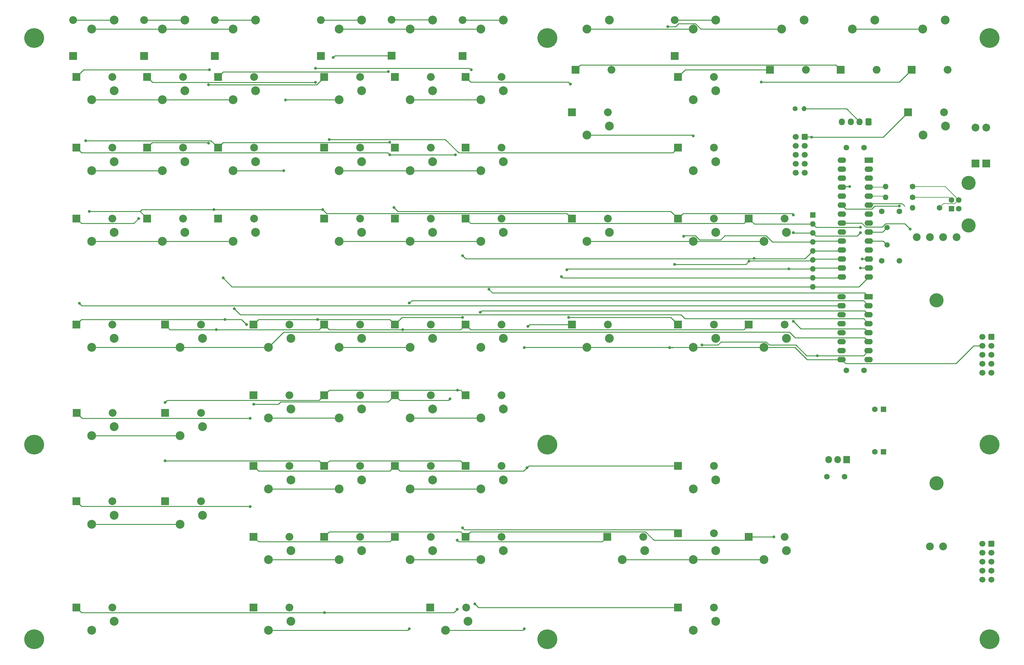
<source format=gbr>
%TF.GenerationSoftware,KiCad,Pcbnew,7.0.5*%
%TF.CreationDate,2023-07-04T22:58:31+02:00*%
%TF.ProjectId,CMD_Board,434d445f-426f-4617-9264-2e6b69636164,rev?*%
%TF.SameCoordinates,Original*%
%TF.FileFunction,Copper,L1,Top*%
%TF.FilePolarity,Positive*%
%FSLAX46Y46*%
G04 Gerber Fmt 4.6, Leading zero omitted, Abs format (unit mm)*
G04 Created by KiCad (PCBNEW 7.0.5) date 2023-07-04 22:58:31*
%MOMM*%
%LPD*%
G01*
G04 APERTURE LIST*
G04 Aperture macros list*
%AMRoundRect*
0 Rectangle with rounded corners*
0 $1 Rounding radius*
0 $2 $3 $4 $5 $6 $7 $8 $9 X,Y pos of 4 corners*
0 Add a 4 corners polygon primitive as box body*
4,1,4,$2,$3,$4,$5,$6,$7,$8,$9,$2,$3,0*
0 Add four circle primitives for the rounded corners*
1,1,$1+$1,$2,$3*
1,1,$1+$1,$4,$5*
1,1,$1+$1,$6,$7*
1,1,$1+$1,$8,$9*
0 Add four rect primitives between the rounded corners*
20,1,$1+$1,$2,$3,$4,$5,0*
20,1,$1+$1,$4,$5,$6,$7,0*
20,1,$1+$1,$6,$7,$8,$9,0*
20,1,$1+$1,$8,$9,$2,$3,0*%
G04 Aperture macros list end*
%TA.AperFunction,ComponentPad*%
%ADD10R,2.200000X2.200000*%
%TD*%
%TA.AperFunction,ComponentPad*%
%ADD11O,2.200000X2.200000*%
%TD*%
%TA.AperFunction,ComponentPad*%
%ADD12C,2.500000*%
%TD*%
%TA.AperFunction,ComponentPad*%
%ADD13C,5.600000*%
%TD*%
%TA.AperFunction,ComponentPad*%
%ADD14C,2.200000*%
%TD*%
%TA.AperFunction,ComponentPad*%
%ADD15C,4.000000*%
%TD*%
%TA.AperFunction,ComponentPad*%
%ADD16RoundRect,0.250000X0.600000X0.600000X-0.600000X0.600000X-0.600000X-0.600000X0.600000X-0.600000X0*%
%TD*%
%TA.AperFunction,ComponentPad*%
%ADD17C,1.700000*%
%TD*%
%TA.AperFunction,ComponentPad*%
%ADD18R,1.600000X1.600000*%
%TD*%
%TA.AperFunction,ComponentPad*%
%ADD19C,1.600000*%
%TD*%
%TA.AperFunction,ComponentPad*%
%ADD20C,1.400000*%
%TD*%
%TA.AperFunction,ComponentPad*%
%ADD21O,1.400000X1.400000*%
%TD*%
%TA.AperFunction,ComponentPad*%
%ADD22O,1.600000X1.600000*%
%TD*%
%TA.AperFunction,ComponentPad*%
%ADD23C,1.500000*%
%TD*%
%TA.AperFunction,ComponentPad*%
%ADD24R,1.905000X2.000000*%
%TD*%
%TA.AperFunction,ComponentPad*%
%ADD25O,1.905000X2.000000*%
%TD*%
%TA.AperFunction,ComponentPad*%
%ADD26RoundRect,0.250000X0.600000X0.725000X-0.600000X0.725000X-0.600000X-0.725000X0.600000X-0.725000X0*%
%TD*%
%TA.AperFunction,ComponentPad*%
%ADD27O,1.700000X1.950000*%
%TD*%
%TA.AperFunction,ComponentPad*%
%ADD28R,2.400000X1.600000*%
%TD*%
%TA.AperFunction,ComponentPad*%
%ADD29O,2.400000X1.600000*%
%TD*%
%TA.AperFunction,ViaPad*%
%ADD30C,0.800000*%
%TD*%
%TA.AperFunction,Conductor*%
%ADD31C,0.250000*%
%TD*%
%TA.AperFunction,Conductor*%
%ADD32C,0.200000*%
%TD*%
G04 APERTURE END LIST*
D10*
%TO.P,D58,1,K*%
%TO.N,MATRIX_8*%
X106920000Y-181000000D03*
D11*
%TO.P,D58,2,A*%
%TO.N,Net-(D58-Pad2)*%
X117080000Y-181000000D03*
%TD*%
D10*
%TO.P,D70,1,K*%
%TO.N,MATRIX_7*%
X246920000Y-161000000D03*
D11*
%TO.P,D70,2,A*%
%TO.N,Net-(D70-Pad2)*%
X257080000Y-161000000D03*
%TD*%
D12*
%TO.P,SW14,1,1*%
%TO.N,MATRIX_E*%
X151190000Y-17460000D03*
%TO.P,SW14,2,2*%
%TO.N,Net-(D15-Pad2)*%
X157540000Y-14920000D03*
%TD*%
%TO.P,SW11,1,1*%
%TO.N,MATRIX_E*%
X81190000Y-77460000D03*
%TO.P,SW11,2,2*%
%TO.N,Net-(D12-Pad2)*%
X87540000Y-74920000D03*
%TD*%
%TO.P,SW25,1,1*%
%TO.N,MATRIX_F*%
X201190000Y-17460000D03*
%TO.P,SW25,2,2*%
%TO.N,Net-(D27-Pad2)*%
X207540000Y-14920000D03*
%TD*%
D13*
%TO.P,H2,1,1*%
%TO.N,GND*%
X315000000Y-135000000D03*
%TD*%
D12*
%TO.P,SW56,1,1*%
%TO.N,MATRIX_D*%
X111190000Y-187460000D03*
%TO.P,SW56,2,2*%
%TO.N,Net-(D58-Pad2)*%
X117540000Y-184920000D03*
%TD*%
D10*
%TO.P,D71,1,K*%
%TO.N,MATRIX_8*%
X226920000Y-181000000D03*
D11*
%TO.P,D71,2,A*%
%TO.N,Net-(D71-Pad2)*%
X237080000Y-181000000D03*
%TD*%
D10*
%TO.P,D44,1,K*%
%TO.N,MATRIX_2*%
X106920000Y-141000000D03*
D11*
%TO.P,D44,2,A*%
%TO.N,Net-(D44-Pad2)*%
X117080000Y-141000000D03*
%TD*%
D10*
%TO.P,D42,1,K*%
%TO.N,MATRIX_8*%
X106920000Y-101000000D03*
D11*
%TO.P,D42,2,A*%
%TO.N,Net-(D42-Pad2)*%
X117080000Y-101000000D03*
%TD*%
D12*
%TO.P,SW54,1,1*%
%TO.N,MATRIX_D*%
X171190000Y-147460000D03*
%TO.P,SW54,2,2*%
%TO.N,Net-(D56-Pad2)*%
X177540000Y-144920000D03*
%TD*%
%TO.P,SW6,1,1*%
%TO.N,MATRIX_A*%
X101190000Y-37460000D03*
%TO.P,SW6,2,2*%
%TO.N,Net-(D7-Pad2)*%
X107540000Y-34920000D03*
%TD*%
D10*
%TO.P,D14,1,K*%
%TO.N,ICSP_MISO*%
X126000000Y-25080000D03*
D11*
%TO.P,D14,2,A*%
%TO.N,Net-(D14-Pad2)*%
X126000000Y-14920000D03*
%TD*%
D12*
%TO.P,SW52,1,1*%
%TO.N,MATRIX_D*%
X171190000Y-107460000D03*
%TO.P,SW52,2,2*%
%TO.N,Net-(D54-Pad2)*%
X177540000Y-104920000D03*
%TD*%
%TO.P,SW20,1,1*%
%TO.N,MATRIX_B*%
X151190000Y-57460000D03*
%TO.P,SW20,2,2*%
%TO.N,Net-(D22-Pad2)*%
X157540000Y-54920000D03*
%TD*%
%TO.P,SW12,1,1*%
%TO.N,MATRIX_E*%
X101190000Y-77460000D03*
%TO.P,SW12,2,2*%
%TO.N,Net-(D13-Pad2)*%
X107540000Y-74920000D03*
%TD*%
%TO.P,SW35,1,1*%
%TO.N,MATRIX_G*%
X61190000Y-157460000D03*
%TO.P,SW35,2,2*%
%TO.N,Net-(D37-Pad2)*%
X67540000Y-154920000D03*
%TD*%
D10*
%TO.P,D21,1,K*%
%TO.N,MATRIX_3*%
X126920000Y-51000000D03*
D11*
%TO.P,D21,2,A*%
%TO.N,Net-(D21-Pad2)*%
X137080000Y-51000000D03*
%TD*%
D12*
%TO.P,SW19,1,1*%
%TO.N,MATRIX_B*%
X131190000Y-57460000D03*
%TO.P,SW19,2,2*%
%TO.N,Net-(D21-Pad2)*%
X137540000Y-54920000D03*
%TD*%
D10*
%TO.P,D40,1,K*%
%TO.N,ICSP_SCK*%
X81920000Y-151000000D03*
D11*
%TO.P,D40,2,A*%
%TO.N,Net-(D40-Pad2)*%
X92080000Y-151000000D03*
%TD*%
D12*
%TO.P,SW28,1,1*%
%TO.N,MATRIX_F*%
X231190000Y-17460000D03*
%TO.P,SW28,2,2*%
%TO.N,Net-(D30-Pad2)*%
X237540000Y-14920000D03*
%TD*%
%TO.P,SW26,1,1*%
%TO.N,MATRIX_F*%
X201190000Y-47460000D03*
%TO.P,SW26,2,2*%
%TO.N,Net-(D28-Pad2)*%
X207540000Y-44920000D03*
%TD*%
%TO.P,SW13,1,1*%
%TO.N,MATRIX_E*%
X131190000Y-17460000D03*
%TO.P,SW13,2,2*%
%TO.N,Net-(D14-Pad2)*%
X137540000Y-14920000D03*
%TD*%
D10*
%TO.P,D68,1,K*%
%TO.N,ICSP_MISO*%
X206920000Y-161000000D03*
D11*
%TO.P,D68,2,A*%
%TO.N,Net-(D68-Pad2)*%
X217080000Y-161000000D03*
%TD*%
D10*
%TO.P,D17,1,K*%
%TO.N,MATRIX_8*%
X126920000Y-31000000D03*
D11*
%TO.P,D17,2,A*%
%TO.N,Net-(D17-Pad2)*%
X137080000Y-31000000D03*
%TD*%
D10*
%TO.P,D56,1,K*%
%TO.N,ICSP_SCK*%
X166920000Y-141000000D03*
D11*
%TO.P,D56,2,A*%
%TO.N,Net-(D56-Pad2)*%
X177080000Y-141000000D03*
%TD*%
D12*
%TO.P,SW32,1,1*%
%TO.N,MATRIX_F*%
X251190000Y-77460000D03*
%TO.P,SW32,2,2*%
%TO.N,Net-(D34-Pad2)*%
X257540000Y-74920000D03*
%TD*%
%TO.P,SW1,1,1*%
%TO.N,MATRIX_A*%
X61190000Y-17460000D03*
%TO.P,SW1,2,2*%
%TO.N,Net-(D2-Pad2)*%
X67540000Y-14920000D03*
%TD*%
D10*
%TO.P,D49,1,K*%
%TO.N,MATRIX_7*%
X126920000Y-161000000D03*
D11*
%TO.P,D49,2,A*%
%TO.N,Net-(D49-Pad2)*%
X137080000Y-161000000D03*
%TD*%
D12*
%TO.P,SW3,1,1*%
%TO.N,MATRIX_A*%
X101190000Y-17460000D03*
%TO.P,SW3,2,2*%
%TO.N,Net-(D4-Pad2)*%
X107540000Y-14920000D03*
%TD*%
D10*
%TO.P,D60,1,K*%
%TO.N,MATRIX_2*%
X196920000Y-101000000D03*
D11*
%TO.P,D60,2,A*%
%TO.N,Net-(D60-Pad2)*%
X207080000Y-101000000D03*
%TD*%
D12*
%TO.P,SW24,1,1*%
%TO.N,MATRIX_B*%
X171190000Y-77460000D03*
%TO.P,SW24,2,2*%
%TO.N,Net-(D26-Pad2)*%
X177540000Y-74920000D03*
%TD*%
D10*
%TO.P,D29,1,K*%
%TO.N,MATRIX_3*%
X196920000Y-71000000D03*
D11*
%TO.P,D29,2,A*%
%TO.N,Net-(D29-Pad2)*%
X207080000Y-71000000D03*
%TD*%
D12*
%TO.P,SW60,1,1*%
%TO.N,MATRIX_I*%
X251190000Y-107460000D03*
%TO.P,SW60,2,2*%
%TO.N,Net-(D62-Pad2)*%
X257540000Y-104920000D03*
%TD*%
D10*
%TO.P,D23,1,K*%
%TO.N,ICSP_MISO*%
X166920000Y-51000000D03*
D11*
%TO.P,D23,2,A*%
%TO.N,Net-(D23-Pad2)*%
X177080000Y-51000000D03*
%TD*%
D10*
%TO.P,D52,1,K*%
%TO.N,MATRIX_2*%
X146920000Y-141000000D03*
D11*
%TO.P,D52,2,A*%
%TO.N,Net-(D52-Pad2)*%
X157080000Y-141000000D03*
%TD*%
D12*
%TO.P,SW68,1,1*%
%TO.N,MATRIX_H*%
X251190000Y-167460000D03*
%TO.P,SW68,2,2*%
%TO.N,Net-(D70-Pad2)*%
X257540000Y-164920000D03*
%TD*%
D10*
%TO.P,D30,1,K*%
%TO.N,ICSP_MOSI*%
X226000000Y-25080000D03*
D11*
%TO.P,D30,2,A*%
%TO.N,Net-(D30-Pad2)*%
X226000000Y-14920000D03*
%TD*%
D12*
%TO.P,SW69,1,1*%
%TO.N,MATRIX_H*%
X231190000Y-187460000D03*
%TO.P,SW69,2,2*%
%TO.N,Net-(D71-Pad2)*%
X237540000Y-184920000D03*
%TD*%
D13*
%TO.P,H5,1,1*%
%TO.N,GND*%
X190000000Y-190000000D03*
%TD*%
D10*
%TO.P,D27,1,K*%
%TO.N,MATRIX_1*%
X197920000Y-29000000D03*
D11*
%TO.P,D27,2,A*%
%TO.N,Net-(D27-Pad2)*%
X208080000Y-29000000D03*
%TD*%
D10*
%TO.P,D31,1,K*%
%TO.N,ICSP_MISO*%
X226920000Y-31000000D03*
D11*
%TO.P,D31,2,A*%
%TO.N,Net-(D31-Pad2)*%
X237080000Y-31000000D03*
%TD*%
D12*
%TO.P,SW57,1,1*%
%TO.N,MATRIX_I*%
X161190000Y-187460000D03*
%TO.P,SW57,2,2*%
%TO.N,Net-(D59-Pad2)*%
X167540000Y-184920000D03*
%TD*%
D10*
%TO.P,D62,1,K*%
%TO.N,ICSP_MOSI*%
X246920000Y-101000000D03*
D11*
%TO.P,D62,2,A*%
%TO.N,Net-(D62-Pad2)*%
X257080000Y-101000000D03*
%TD*%
D12*
%TO.P,SW4,1,1*%
%TO.N,MATRIX_A*%
X61190000Y-37460000D03*
%TO.P,SW4,2,2*%
%TO.N,Net-(D5-Pad2)*%
X67540000Y-34920000D03*
%TD*%
%TO.P,SW51,1,1*%
%TO.N,MATRIX_D*%
X151190000Y-167460000D03*
%TO.P,SW51,2,2*%
%TO.N,Net-(D53-Pad2)*%
X157540000Y-164920000D03*
%TD*%
%TO.P,SW34,1,1*%
%TO.N,MATRIX_G*%
X61190000Y-132460000D03*
%TO.P,SW34,2,2*%
%TO.N,Net-(D36-Pad2)*%
X67540000Y-129920000D03*
%TD*%
D10*
%TO.P,D67,1,K*%
%TO.N,ICSP_MOSI*%
X291920000Y-41000000D03*
D11*
%TO.P,D67,2,A*%
%TO.N,Net-(D67-Pad2)*%
X302080000Y-41000000D03*
%TD*%
D12*
%TO.P,SW66,1,1*%
%TO.N,MATRIX_H*%
X211190000Y-167460000D03*
%TO.P,SW66,2,2*%
%TO.N,Net-(D68-Pad2)*%
X217540000Y-164920000D03*
%TD*%
D10*
%TO.P,D22,1,K*%
%TO.N,ICSP_MOSI*%
X146920000Y-51000000D03*
D11*
%TO.P,D22,2,A*%
%TO.N,Net-(D22-Pad2)*%
X157080000Y-51000000D03*
%TD*%
D12*
%TO.P,SW16,1,1*%
%TO.N,MATRIX_E*%
X131190000Y-37460000D03*
%TO.P,SW16,2,2*%
%TO.N,Net-(D17-Pad2)*%
X137540000Y-34920000D03*
%TD*%
D10*
%TO.P,D9,1,K*%
%TO.N,MATRIX_8*%
X76920000Y-51000000D03*
D11*
%TO.P,D9,2,A*%
%TO.N,Net-(D9-Pad2)*%
X87080000Y-51000000D03*
%TD*%
D12*
%TO.P,SW22,1,1*%
%TO.N,MATRIX_B*%
X131190000Y-77460000D03*
%TO.P,SW22,2,2*%
%TO.N,Net-(D24-Pad2)*%
X137540000Y-74920000D03*
%TD*%
%TO.P,SW17,1,1*%
%TO.N,MATRIX_B*%
X151190000Y-37460000D03*
%TO.P,SW17,2,2*%
%TO.N,Net-(D19-Pad2)*%
X157540000Y-34920000D03*
%TD*%
D13*
%TO.P,H3,1,1*%
%TO.N,GND*%
X190000000Y-135000000D03*
%TD*%
D12*
%TO.P,SW50,1,1*%
%TO.N,MATRIX_D*%
X151190000Y-147460000D03*
%TO.P,SW50,2,2*%
%TO.N,Net-(D52-Pad2)*%
X157540000Y-144920000D03*
%TD*%
%TO.P,SW42,1,1*%
%TO.N,MATRIX_C*%
X111190000Y-147460000D03*
%TO.P,SW42,2,2*%
%TO.N,Net-(D44-Pad2)*%
X117540000Y-144920000D03*
%TD*%
%TO.P,SW65,1,1*%
%TO.N,MATRIX_H*%
X296190000Y-47460000D03*
%TO.P,SW65,2,2*%
%TO.N,Net-(D67-Pad2)*%
X302540000Y-44920000D03*
%TD*%
D10*
%TO.P,D69,1,K*%
%TO.N,ICSP_SCK*%
X226920000Y-160000000D03*
D11*
%TO.P,D69,2,A*%
%TO.N,Net-(D69-Pad2)*%
X237080000Y-160000000D03*
%TD*%
D12*
%TO.P,SW33,1,1*%
%TO.N,MATRIX_G*%
X61190000Y-107460000D03*
%TO.P,SW33,2,2*%
%TO.N,Net-(D35-Pad2)*%
X67540000Y-104920000D03*
%TD*%
D10*
%TO.P,D6,1,K*%
%TO.N,ICSP_MISO*%
X76920000Y-31000000D03*
D11*
%TO.P,D6,2,A*%
%TO.N,Net-(D6-Pad2)*%
X87080000Y-31000000D03*
%TD*%
D12*
%TO.P,SW53,1,1*%
%TO.N,MATRIX_D*%
X171190000Y-127460000D03*
%TO.P,SW53,2,2*%
%TO.N,Net-(D55-Pad2)*%
X177540000Y-124920000D03*
%TD*%
%TO.P,SW23,1,1*%
%TO.N,MATRIX_B*%
X151190000Y-77460000D03*
%TO.P,SW23,2,2*%
%TO.N,Net-(D25-Pad2)*%
X157540000Y-74920000D03*
%TD*%
D10*
%TO.P,D59,1,K*%
%TO.N,MATRIX_1*%
X156920000Y-181000000D03*
D11*
%TO.P,D59,2,A*%
%TO.N,Net-(D59-Pad2)*%
X167080000Y-181000000D03*
%TD*%
D10*
%TO.P,D13,1,K*%
%TO.N,ICSP_MOSI*%
X96920000Y-71000000D03*
D11*
%TO.P,D13,2,A*%
%TO.N,Net-(D13-Pad2)*%
X107080000Y-71000000D03*
%TD*%
D12*
%TO.P,SW58,1,1*%
%TO.N,MATRIX_I*%
X201190000Y-107460000D03*
%TO.P,SW58,2,2*%
%TO.N,Net-(D60-Pad2)*%
X207540000Y-104920000D03*
%TD*%
%TO.P,SW29,1,1*%
%TO.N,MATRIX_F*%
X231190000Y-37460000D03*
%TO.P,SW29,2,2*%
%TO.N,Net-(D31-Pad2)*%
X237540000Y-34920000D03*
%TD*%
%TO.P,SW36,1,1*%
%TO.N,MATRIX_G*%
X86190000Y-107460000D03*
%TO.P,SW36,2,2*%
%TO.N,Net-(D38-Pad2)*%
X92540000Y-104920000D03*
%TD*%
%TO.P,SW49,1,1*%
%TO.N,MATRIX_D*%
X151190000Y-127460000D03*
%TO.P,SW49,2,2*%
%TO.N,Net-(D51-Pad2)*%
X157540000Y-124920000D03*
%TD*%
%TO.P,SW45,1,1*%
%TO.N,MATRIX_C*%
X131190000Y-127460000D03*
%TO.P,SW45,2,2*%
%TO.N,Net-(D47-Pad2)*%
X137540000Y-124920000D03*
%TD*%
D10*
%TO.P,D51,1,K*%
%TO.N,MATRIX_1*%
X146920000Y-121000000D03*
D11*
%TO.P,D51,2,A*%
%TO.N,Net-(D51-Pad2)*%
X157080000Y-121000000D03*
%TD*%
D12*
%TO.P,SW37,1,1*%
%TO.N,MATRIX_G*%
X86190000Y-132460000D03*
%TO.P,SW37,2,2*%
%TO.N,Net-(D39-Pad2)*%
X92540000Y-129920000D03*
%TD*%
D10*
%TO.P,D8,1,K*%
%TO.N,MATRIX_7*%
X56920000Y-51000000D03*
D11*
%TO.P,D8,2,A*%
%TO.N,Net-(D8-Pad2)*%
X67080000Y-51000000D03*
%TD*%
D12*
%TO.P,SW9,1,1*%
%TO.N,MATRIX_E*%
X101190000Y-57460000D03*
%TO.P,SW9,2,2*%
%TO.N,Net-(D10-Pad2)*%
X107540000Y-54920000D03*
%TD*%
%TO.P,SW55,1,1*%
%TO.N,MATRIX_D*%
X171190000Y-167460000D03*
%TO.P,SW55,2,2*%
%TO.N,Net-(D57-Pad2)*%
X177540000Y-164920000D03*
%TD*%
D10*
%TO.P,D45,1,K*%
%TO.N,MATRIX_3*%
X106920000Y-161000000D03*
D11*
%TO.P,D45,2,A*%
%TO.N,Net-(D45-Pad2)*%
X117080000Y-161000000D03*
%TD*%
D10*
%TO.P,D63,1,K*%
%TO.N,ICSP_MISO*%
X252920000Y-29000000D03*
D11*
%TO.P,D63,2,A*%
%TO.N,Net-(D63-Pad2)*%
X263080000Y-29000000D03*
%TD*%
D10*
%TO.P,D47,1,K*%
%TO.N,ICSP_MISO*%
X126920000Y-121000000D03*
D11*
%TO.P,D47,2,A*%
%TO.N,Net-(D47-Pad2)*%
X137080000Y-121000000D03*
%TD*%
D10*
%TO.P,D5,1,K*%
%TO.N,ICSP_MOSI*%
X56920000Y-31000000D03*
D11*
%TO.P,D5,2,A*%
%TO.N,Net-(D5-Pad2)*%
X67080000Y-31000000D03*
%TD*%
D10*
%TO.P,D53,1,K*%
%TO.N,MATRIX_3*%
X146920000Y-161000000D03*
D11*
%TO.P,D53,2,A*%
%TO.N,Net-(D53-Pad2)*%
X157080000Y-161000000D03*
%TD*%
D12*
%TO.P,SW15,1,1*%
%TO.N,MATRIX_E*%
X171190000Y-17460000D03*
%TO.P,SW15,2,2*%
%TO.N,Net-(D16-Pad2)*%
X177540000Y-14920000D03*
%TD*%
D10*
%TO.P,D7,1,K*%
%TO.N,ICSP_SCK*%
X96920000Y-31000000D03*
D11*
%TO.P,D7,2,A*%
%TO.N,Net-(D7-Pad2)*%
X107080000Y-31000000D03*
%TD*%
D10*
%TO.P,D26,1,K*%
%TO.N,MATRIX_8*%
X166920000Y-71000000D03*
D11*
%TO.P,D26,2,A*%
%TO.N,Net-(D26-Pad2)*%
X177080000Y-71000000D03*
%TD*%
D12*
%TO.P,SW63,1,1*%
%TO.N,MATRIX_H*%
X231190000Y-147460000D03*
%TO.P,SW63,2,2*%
%TO.N,Net-(D65-Pad2)*%
X237540000Y-144920000D03*
%TD*%
%TO.P,SW8,1,1*%
%TO.N,MATRIX_A*%
X81190000Y-57460000D03*
%TO.P,SW8,2,2*%
%TO.N,Net-(D9-Pad2)*%
X87540000Y-54920000D03*
%TD*%
%TO.P,SW18,1,1*%
%TO.N,MATRIX_B*%
X171190000Y-37460000D03*
%TO.P,SW18,2,2*%
%TO.N,Net-(D20-Pad2)*%
X177540000Y-34920000D03*
%TD*%
D13*
%TO.P,H2,1,1*%
%TO.N,GND*%
X190000000Y-20000000D03*
%TD*%
D10*
%TO.P,D32,1,K*%
%TO.N,ICSP_SCK*%
X226920000Y-51000000D03*
D11*
%TO.P,D32,2,A*%
%TO.N,Net-(D32-Pad2)*%
X237080000Y-51000000D03*
%TD*%
D13*
%TO.P,H1,1,1*%
%TO.N,GND*%
X45000000Y-135000000D03*
%TD*%
D10*
%TO.P,D41,1,K*%
%TO.N,MATRIX_7*%
X56920000Y-181000000D03*
D11*
%TO.P,D41,2,A*%
%TO.N,Net-(D41-Pad2)*%
X67080000Y-181000000D03*
%TD*%
D12*
%TO.P,SW62,1,1*%
%TO.N,MATRIX_H*%
X276190000Y-17460000D03*
%TO.P,SW62,2,2*%
%TO.N,Net-(D64-Pad2)*%
X282540000Y-14920000D03*
%TD*%
%TO.P,SW47,1,1*%
%TO.N,MATRIX_C*%
X131190000Y-167460000D03*
%TO.P,SW47,2,2*%
%TO.N,Net-(D49-Pad2)*%
X137540000Y-164920000D03*
%TD*%
D10*
%TO.P,D66,1,K*%
%TO.N,MATRIX_3*%
X292920000Y-29000000D03*
D11*
%TO.P,D66,2,A*%
%TO.N,Net-(D66-Pad2)*%
X303080000Y-29000000D03*
%TD*%
D13*
%TO.P,H4,1,1*%
%TO.N,GND*%
X45000000Y-20000000D03*
%TD*%
D10*
%TO.P,D28,1,K*%
%TO.N,MATRIX_2*%
X196920000Y-41000000D03*
D11*
%TO.P,D28,2,A*%
%TO.N,Net-(D28-Pad2)*%
X207080000Y-41000000D03*
%TD*%
D12*
%TO.P,SW61,1,1*%
%TO.N,MATRIX_I*%
X256190000Y-17460000D03*
%TO.P,SW61,2,2*%
%TO.N,Net-(D63-Pad2)*%
X262540000Y-14920000D03*
%TD*%
D10*
%TO.P,D57,1,K*%
%TO.N,MATRIX_7*%
X166920000Y-161000000D03*
D11*
%TO.P,D57,2,A*%
%TO.N,Net-(D57-Pad2)*%
X177080000Y-161000000D03*
%TD*%
D10*
%TO.P,D46,1,K*%
%TO.N,ICSP_MOSI*%
X126920000Y-101000000D03*
D11*
%TO.P,D46,2,A*%
%TO.N,Net-(D46-Pad2)*%
X137080000Y-101000000D03*
%TD*%
D10*
%TO.P,D64,1,K*%
%TO.N,MATRIX_1*%
X272920000Y-29000000D03*
D11*
%TO.P,D64,2,A*%
%TO.N,Net-(D64-Pad2)*%
X283080000Y-29000000D03*
%TD*%
D10*
%TO.P,D4,1,K*%
%TO.N,MATRIX_3*%
X96000000Y-25080000D03*
D11*
%TO.P,D4,2,A*%
%TO.N,Net-(D4-Pad2)*%
X96000000Y-14920000D03*
%TD*%
D12*
%TO.P,SW43,1,1*%
%TO.N,MATRIX_C*%
X111190000Y-167460000D03*
%TO.P,SW43,2,2*%
%TO.N,Net-(D45-Pad2)*%
X117540000Y-164920000D03*
%TD*%
D10*
%TO.P,D65,1,K*%
%TO.N,MATRIX_2*%
X226920000Y-141000000D03*
D11*
%TO.P,D65,2,A*%
%TO.N,Net-(D65-Pad2)*%
X237080000Y-141000000D03*
%TD*%
D10*
%TO.P,D24,1,K*%
%TO.N,ICSP_SCK*%
X126920000Y-71000000D03*
D11*
%TO.P,D24,2,A*%
%TO.N,Net-(D24-Pad2)*%
X137080000Y-71000000D03*
%TD*%
D12*
%TO.P,SW27,1,1*%
%TO.N,MATRIX_F*%
X201190000Y-77460000D03*
%TO.P,SW27,2,2*%
%TO.N,Net-(D29-Pad2)*%
X207540000Y-74920000D03*
%TD*%
D10*
%TO.P,D35,1,K*%
%TO.N,MATRIX_1*%
X56920000Y-101000000D03*
D11*
%TO.P,D35,2,A*%
%TO.N,Net-(D35-Pad2)*%
X67080000Y-101000000D03*
%TD*%
D12*
%TO.P,SW40,1,1*%
%TO.N,MATRIX_G*%
X111190000Y-107460000D03*
%TO.P,SW40,2,2*%
%TO.N,Net-(D42-Pad2)*%
X117540000Y-104920000D03*
%TD*%
D13*
%TO.P,H6,1,1*%
%TO.N,GND*%
X45000000Y-190000000D03*
%TD*%
D10*
%TO.P,D43,1,K*%
%TO.N,MATRIX_1*%
X106920000Y-121000000D03*
D11*
%TO.P,D43,2,A*%
%TO.N,Net-(D43-Pad2)*%
X117080000Y-121000000D03*
%TD*%
D10*
%TO.P,D12,1,K*%
%TO.N,MATRIX_3*%
X76920000Y-71000000D03*
D11*
%TO.P,D12,2,A*%
%TO.N,Net-(D12-Pad2)*%
X87080000Y-71000000D03*
%TD*%
D12*
%TO.P,SW31,1,1*%
%TO.N,MATRIX_F*%
X231190000Y-77460000D03*
%TO.P,SW31,2,2*%
%TO.N,Net-(D33-Pad2)*%
X237540000Y-74920000D03*
%TD*%
D13*
%TO.P,H2,1,1*%
%TO.N,GND*%
X315000000Y-190000000D03*
%TD*%
D12*
%TO.P,SW64,1,1*%
%TO.N,MATRIX_H*%
X296110000Y-17460000D03*
%TO.P,SW64,2,2*%
%TO.N,Net-(D66-Pad2)*%
X302460000Y-14920000D03*
%TD*%
D10*
%TO.P,D20,1,K*%
%TO.N,MATRIX_2*%
X166920000Y-31000000D03*
D11*
%TO.P,D20,2,A*%
%TO.N,Net-(D20-Pad2)*%
X177080000Y-31000000D03*
%TD*%
D13*
%TO.P,H2,1,1*%
%TO.N,GND*%
X315000000Y-20000000D03*
%TD*%
D10*
%TO.P,D33,1,K*%
%TO.N,MATRIX_7*%
X226920000Y-71000000D03*
D11*
%TO.P,D33,2,A*%
%TO.N,Net-(D33-Pad2)*%
X237080000Y-71000000D03*
%TD*%
D10*
%TO.P,D34,1,K*%
%TO.N,MATRIX_8*%
X246920000Y-71000000D03*
D11*
%TO.P,D34,2,A*%
%TO.N,Net-(D34-Pad2)*%
X257080000Y-71000000D03*
%TD*%
D10*
%TO.P,D55,1,K*%
%TO.N,ICSP_MISO*%
X166920000Y-121000000D03*
D11*
%TO.P,D55,2,A*%
%TO.N,Net-(D55-Pad2)*%
X177080000Y-121000000D03*
%TD*%
D12*
%TO.P,SW10,1,1*%
%TO.N,MATRIX_E*%
X61190000Y-77460000D03*
%TO.P,SW10,2,2*%
%TO.N,Net-(D11-Pad2)*%
X67540000Y-74920000D03*
%TD*%
D10*
%TO.P,D2,1,K*%
%TO.N,MATRIX_1*%
X56000000Y-25080000D03*
D11*
%TO.P,D2,2,A*%
%TO.N,Net-(D2-Pad2)*%
X56000000Y-14920000D03*
%TD*%
D10*
%TO.P,D15,1,K*%
%TO.N,ICSP_SCK*%
X146000000Y-25000000D03*
D11*
%TO.P,D15,2,A*%
%TO.N,Net-(D15-Pad2)*%
X146000000Y-14840000D03*
%TD*%
D10*
%TO.P,D36,1,K*%
%TO.N,MATRIX_2*%
X57000000Y-126000000D03*
D11*
%TO.P,D36,2,A*%
%TO.N,Net-(D36-Pad2)*%
X67160000Y-126000000D03*
%TD*%
D10*
%TO.P,D10,1,K*%
%TO.N,MATRIX_1*%
X96920000Y-51000000D03*
D11*
%TO.P,D10,2,A*%
%TO.N,Net-(D10-Pad2)*%
X107080000Y-51000000D03*
%TD*%
D12*
%TO.P,SW7,1,1*%
%TO.N,MATRIX_A*%
X61190000Y-57460000D03*
%TO.P,SW7,2,2*%
%TO.N,Net-(D8-Pad2)*%
X67540000Y-54920000D03*
%TD*%
%TO.P,SW38,1,1*%
%TO.N,MATRIX_G*%
X86190000Y-157460000D03*
%TO.P,SW38,2,2*%
%TO.N,Net-(D40-Pad2)*%
X92540000Y-154920000D03*
%TD*%
D10*
%TO.P,D50,1,K*%
%TO.N,MATRIX_8*%
X146920000Y-101000000D03*
D11*
%TO.P,D50,2,A*%
%TO.N,Net-(D50-Pad2)*%
X157080000Y-101000000D03*
%TD*%
D10*
%TO.P,D19,1,K*%
%TO.N,MATRIX_1*%
X146920000Y-31000000D03*
D11*
%TO.P,D19,2,A*%
%TO.N,Net-(D19-Pad2)*%
X157080000Y-31000000D03*
%TD*%
D12*
%TO.P,SW30,1,1*%
%TO.N,MATRIX_F*%
X231190000Y-57460000D03*
%TO.P,SW30,2,2*%
%TO.N,Net-(D32-Pad2)*%
X237540000Y-54920000D03*
%TD*%
%TO.P,SW21,1,1*%
%TO.N,MATRIX_B*%
X171190000Y-57460000D03*
%TO.P,SW21,2,2*%
%TO.N,Net-(D23-Pad2)*%
X177540000Y-54920000D03*
%TD*%
D10*
%TO.P,D38,1,K*%
%TO.N,ICSP_MOSI*%
X81920000Y-101000000D03*
D11*
%TO.P,D38,2,A*%
%TO.N,Net-(D38-Pad2)*%
X92080000Y-101000000D03*
%TD*%
D10*
%TO.P,D48,1,K*%
%TO.N,ICSP_SCK*%
X126920000Y-141000000D03*
D11*
%TO.P,D48,2,A*%
%TO.N,Net-(D48-Pad2)*%
X137080000Y-141000000D03*
%TD*%
D12*
%TO.P,SW67,1,1*%
%TO.N,MATRIX_H*%
X231190000Y-167460000D03*
%TO.P,SW67,2,2*%
%TO.N,Net-(D69-Pad2)*%
X237540000Y-164920000D03*
%TD*%
D10*
%TO.P,D3,1,K*%
%TO.N,MATRIX_2*%
X76000000Y-25080000D03*
D11*
%TO.P,D3,2,A*%
%TO.N,Net-(D3-Pad2)*%
X76000000Y-14920000D03*
%TD*%
D10*
%TO.P,D54,1,K*%
%TO.N,ICSP_MOSI*%
X166920000Y-101000000D03*
D11*
%TO.P,D54,2,A*%
%TO.N,Net-(D54-Pad2)*%
X177080000Y-101000000D03*
%TD*%
D10*
%TO.P,D11,1,K*%
%TO.N,MATRIX_2*%
X56920000Y-71000000D03*
D11*
%TO.P,D11,2,A*%
%TO.N,Net-(D11-Pad2)*%
X67080000Y-71000000D03*
%TD*%
D10*
%TO.P,D37,1,K*%
%TO.N,MATRIX_3*%
X56920000Y-151000000D03*
D11*
%TO.P,D37,2,A*%
%TO.N,Net-(D37-Pad2)*%
X67080000Y-151000000D03*
%TD*%
D12*
%TO.P,SW46,1,1*%
%TO.N,MATRIX_C*%
X131190000Y-147460000D03*
%TO.P,SW46,2,2*%
%TO.N,Net-(D48-Pad2)*%
X137540000Y-144920000D03*
%TD*%
%TO.P,SW41,1,1*%
%TO.N,MATRIX_C*%
X111190000Y-127460000D03*
%TO.P,SW41,2,2*%
%TO.N,Net-(D43-Pad2)*%
X117540000Y-124920000D03*
%TD*%
%TO.P,SW5,1,1*%
%TO.N,MATRIX_A*%
X81190000Y-37460000D03*
%TO.P,SW5,2,2*%
%TO.N,Net-(D6-Pad2)*%
X87540000Y-34920000D03*
%TD*%
D10*
%TO.P,D25,1,K*%
%TO.N,MATRIX_7*%
X146920000Y-71000000D03*
D11*
%TO.P,D25,2,A*%
%TO.N,Net-(D25-Pad2)*%
X157080000Y-71000000D03*
%TD*%
D10*
%TO.P,D61,1,K*%
%TO.N,MATRIX_3*%
X226920000Y-101000000D03*
D11*
%TO.P,D61,2,A*%
%TO.N,Net-(D61-Pad2)*%
X237080000Y-101000000D03*
%TD*%
D14*
%TO.P,RV1,1,1*%
%TO.N,GND*%
X298120000Y-76250000D03*
%TO.P,RV1,2,2*%
%TO.N,ANALOG_1*%
X294370000Y-76250000D03*
%TO.P,RV1,3,3*%
%TO.N,+5VA*%
X298120000Y-163750000D03*
%TO.P,RV1,4*%
%TO.N,N/C*%
X301880000Y-76250000D03*
%TO.P,RV1,5*%
X305630000Y-76250000D03*
%TO.P,RV1,6*%
X301880000Y-163750000D03*
D15*
%TO.P,RV1,G*%
X300000000Y-94150000D03*
X300000000Y-145850000D03*
%TD*%
D12*
%TO.P,SW44,1,1*%
%TO.N,MATRIX_C*%
X131190000Y-107460000D03*
%TO.P,SW44,2,2*%
%TO.N,Net-(D46-Pad2)*%
X137540000Y-104920000D03*
%TD*%
D10*
%TO.P,D39,1,K*%
%TO.N,ICSP_MISO*%
X81920000Y-126000000D03*
D11*
%TO.P,D39,2,A*%
%TO.N,Net-(D39-Pad2)*%
X92080000Y-126000000D03*
%TD*%
D12*
%TO.P,SW39,1,1*%
%TO.N,MATRIX_G*%
X61190000Y-187460000D03*
%TO.P,SW39,2,2*%
%TO.N,Net-(D41-Pad2)*%
X67540000Y-184920000D03*
%TD*%
%TO.P,SW48,1,1*%
%TO.N,MATRIX_C*%
X151190000Y-107460000D03*
%TO.P,SW48,2,2*%
%TO.N,Net-(D50-Pad2)*%
X157540000Y-104920000D03*
%TD*%
D10*
%TO.P,D16,1,K*%
%TO.N,MATRIX_7*%
X166000000Y-25080000D03*
D11*
%TO.P,D16,2,A*%
%TO.N,Net-(D16-Pad2)*%
X166000000Y-14920000D03*
%TD*%
D12*
%TO.P,SW59,1,1*%
%TO.N,MATRIX_I*%
X231190000Y-107460000D03*
%TO.P,SW59,2,2*%
%TO.N,Net-(D61-Pad2)*%
X237540000Y-104920000D03*
%TD*%
%TO.P,SW2,1,1*%
%TO.N,MATRIX_A*%
X81190000Y-17460000D03*
%TO.P,SW2,2,2*%
%TO.N,Net-(D3-Pad2)*%
X87540000Y-14920000D03*
%TD*%
D16*
%TO.P,J4,1,Pin_1*%
%TO.N,+12V*%
X315500000Y-163000000D03*
D17*
%TO.P,J4,2,Pin_2*%
%TO.N,GND*%
X312960000Y-163000000D03*
%TO.P,J4,3,Pin_3*%
%TO.N,+12V*%
X315500000Y-165540000D03*
%TO.P,J4,4,Pin_4*%
%TO.N,GND*%
X312960000Y-165540000D03*
%TO.P,J4,5,Pin_5*%
%TO.N,+5V*%
X315500000Y-168080000D03*
%TO.P,J4,6,Pin_6*%
%TO.N,GND*%
X312960000Y-168080000D03*
%TO.P,J4,7,Pin_7*%
%TO.N,+5V*%
X315500000Y-170620000D03*
%TO.P,J4,8,Pin_8*%
%TO.N,GND*%
X312960000Y-170620000D03*
%TO.P,J4,9,Pin_9*%
%TO.N,+5V*%
X315500000Y-173160000D03*
%TO.P,J4,10,Pin_10*%
%TO.N,GND*%
X312960000Y-173160000D03*
%TD*%
D16*
%TO.P,J5,1,Pin_1*%
%TO.N,+5VA*%
X315500000Y-104500000D03*
D17*
%TO.P,J5,2,Pin_2*%
%TO.N,ANALOG_2*%
X312960000Y-104500000D03*
%TO.P,J5,3,Pin_3*%
%TO.N,unconnected-(J5-Pad3)*%
X315500000Y-107040000D03*
%TO.P,J5,4,Pin_4*%
%TO.N,MATRIX_I*%
X312960000Y-107040000D03*
%TO.P,J5,5,Pin_5*%
%TO.N,unconnected-(J5-Pad5)*%
X315500000Y-109580000D03*
%TO.P,J5,6,Pin_6*%
%TO.N,ICSP_SCK*%
X312960000Y-109580000D03*
%TO.P,J5,7,Pin_7*%
%TO.N,unconnected-(J5-Pad7)*%
X315500000Y-112120000D03*
%TO.P,J5,8,Pin_8*%
%TO.N,MATRIX_7*%
X312960000Y-112120000D03*
%TO.P,J5,9,Pin_9*%
%TO.N,MATRIX_8*%
X315500000Y-114660000D03*
%TO.P,J5,10,Pin_10*%
%TO.N,GND*%
X312960000Y-114660000D03*
%TD*%
D10*
%TO.P,D18,1,K*%
%TO.N,/#USB_D+*%
X314000000Y-55500000D03*
D11*
%TO.P,D18,2,A*%
%TO.N,GND*%
X314000000Y-45340000D03*
%TD*%
D18*
%TO.P,J1,1,VBUS*%
%TO.N,unconnected-(J1-Pad1)*%
X304212500Y-68250000D03*
D19*
%TO.P,J1,2,D-*%
%TO.N,/#USB_D-*%
X304212500Y-65750000D03*
%TO.P,J1,3,D+*%
%TO.N,/#USB_D+*%
X306212500Y-65750000D03*
%TO.P,J1,4,GND*%
%TO.N,GND*%
X306212500Y-68250000D03*
D15*
%TO.P,J1,5,Shield*%
X309072500Y-73000000D03*
X309072500Y-61000000D03*
%TD*%
D20*
%TO.P,R4,1*%
%TO.N,+5V*%
X260000000Y-40000000D03*
D21*
%TO.P,R4,2*%
%TO.N,~{RESET}*%
X262540000Y-40000000D03*
%TD*%
D19*
%TO.P,C1,1*%
%TO.N,+5V*%
X279500000Y-51000000D03*
%TO.P,C1,2*%
%TO.N,GND*%
X274500000Y-51000000D03*
%TD*%
D16*
%TO.P,J2,1,Pin_1*%
%TO.N,ICSP_MOSI*%
X262752500Y-47920000D03*
D17*
%TO.P,J2,2,Pin_2*%
%TO.N,+5V*%
X260212500Y-47920000D03*
%TO.P,J2,3,Pin_3*%
%TO.N,unconnected-(J2-Pad3)*%
X262752500Y-50460000D03*
%TO.P,J2,4,Pin_4*%
%TO.N,GND*%
X260212500Y-50460000D03*
%TO.P,J2,5,Pin_5*%
%TO.N,~{RESET}*%
X262752500Y-53000000D03*
%TO.P,J2,6,Pin_6*%
%TO.N,GND*%
X260212500Y-53000000D03*
%TO.P,J2,7,Pin_7*%
%TO.N,ICSP_SCK*%
X262752500Y-55540000D03*
%TO.P,J2,8,Pin_8*%
%TO.N,GND*%
X260212500Y-55540000D03*
%TO.P,J2,9,Pin_9*%
%TO.N,ICSP_MISO*%
X262752500Y-58080000D03*
%TO.P,J2,10,Pin_10*%
%TO.N,GND*%
X260212500Y-58080000D03*
%TD*%
D19*
%TO.P,R3,1*%
%TO.N,/#USB_D-*%
X293190000Y-65000000D03*
D22*
%TO.P,R3,2*%
%TO.N,USB_D-*%
X285570000Y-65000000D03*
%TD*%
D18*
%TO.P,C6,1*%
%TO.N,+5VA*%
X285000000Y-137000000D03*
D19*
%TO.P,C6,2*%
%TO.N,GND*%
X282500000Y-137000000D03*
%TD*%
D23*
%TO.P,Y1,1,1*%
%TO.N,Net-(C4-Pad2)*%
X286000000Y-78450000D03*
%TO.P,Y1,2,2*%
%TO.N,Net-(C3-Pad2)*%
X286000000Y-73550000D03*
%TD*%
D19*
%TO.P,R1,1*%
%TO.N,/#USB_D+*%
X300810000Y-68000000D03*
D22*
%TO.P,R1,2*%
%TO.N,USB_INT{slash}SER*%
X293190000Y-68000000D03*
%TD*%
D10*
%TO.P,D1,1,K*%
%TO.N,/#USB_D-*%
X311000000Y-55500000D03*
D11*
%TO.P,D1,2,A*%
%TO.N,GND*%
X311000000Y-45340000D03*
%TD*%
D19*
%TO.P,C3,1*%
%TO.N,GND*%
X289500000Y-69000000D03*
%TO.P,C3,2*%
%TO.N,Net-(C3-Pad2)*%
X284500000Y-69000000D03*
%TD*%
D24*
%TO.P,U2,1,IN*%
%TO.N,+12V*%
X274540000Y-139230000D03*
D25*
%TO.P,U2,2,GND*%
%TO.N,GND*%
X272000000Y-139230000D03*
%TO.P,U2,3,OUT*%
%TO.N,+5VA*%
X269460000Y-139230000D03*
%TD*%
D26*
%TO.P,J3,1,Pin_1*%
%TO.N,RS232_RX*%
X280750000Y-43700000D03*
D27*
%TO.P,J3,2,Pin_2*%
%TO.N,~{RESET}*%
X278250000Y-43700000D03*
%TO.P,J3,3,Pin_3*%
%TO.N,RS232_TX*%
X275750000Y-43700000D03*
%TO.P,J3,4,Pin_4*%
%TO.N,GND*%
X273250000Y-43700000D03*
%TD*%
D18*
%TO.P,RN1,1,common*%
%TO.N,GND*%
X265000000Y-70000000D03*
D22*
%TO.P,RN1,2,R1*%
%TO.N,MATRIX_8*%
X265000000Y-72540000D03*
%TO.P,RN1,3,R2*%
%TO.N,MATRIX_7*%
X265000000Y-75080000D03*
%TO.P,RN1,4,R3*%
%TO.N,ICSP_SCK*%
X265000000Y-77620000D03*
%TO.P,RN1,5,R4*%
%TO.N,ICSP_MISO*%
X265000000Y-80160000D03*
%TO.P,RN1,6,R5*%
%TO.N,ICSP_MOSI*%
X265000000Y-82700000D03*
%TO.P,RN1,7,R6*%
%TO.N,MATRIX_3*%
X265000000Y-85240000D03*
%TO.P,RN1,8,R7*%
%TO.N,MATRIX_2*%
X265000000Y-87780000D03*
%TO.P,RN1,9,R8*%
%TO.N,MATRIX_1*%
X265000000Y-90320000D03*
%TD*%
D28*
%TO.P,U3,1,PC6/~{RESET}*%
%TO.N,~{RESET}*%
X280825000Y-54500000D03*
D29*
%TO.P,U3,2,PD0*%
%TO.N,RS232_RX*%
X280825000Y-57040000D03*
%TO.P,U3,3,PD1*%
%TO.N,RS232_TX*%
X280825000Y-59580000D03*
%TO.P,U3,4,PD2*%
%TO.N,USB_D+*%
X280825000Y-62120000D03*
%TO.P,U3,5,PD3*%
%TO.N,USB_D-*%
X280825000Y-64660000D03*
%TO.P,U3,6,PD4*%
%TO.N,USB_INT*%
X280825000Y-67200000D03*
%TO.P,U3,7,VCC*%
%TO.N,+5V*%
X280825000Y-69740000D03*
%TO.P,U3,8,GND*%
%TO.N,GND*%
X280825000Y-72280000D03*
%TO.P,U3,9,PB6/XTAL1*%
%TO.N,Net-(C3-Pad2)*%
X280825000Y-74820000D03*
%TO.P,U3,10,PB7/XTAL2*%
%TO.N,Net-(C4-Pad2)*%
X280825000Y-77360000D03*
%TO.P,U3,11,PD5*%
%TO.N,unconnected-(U3-Pad11)*%
X280825000Y-79900000D03*
%TO.P,U3,12,PD6*%
%TO.N,MATRIX_7*%
X280825000Y-82440000D03*
%TO.P,U3,13,PD7*%
%TO.N,MATRIX_8*%
X280825000Y-84980000D03*
%TO.P,U3,14,PB0*%
%TO.N,MATRIX_1*%
X280825000Y-87520000D03*
%TO.P,U3,15,PB1*%
%TO.N,MATRIX_2*%
X273205000Y-87520000D03*
%TO.P,U3,16,PB2*%
%TO.N,MATRIX_3*%
X273205000Y-84980000D03*
%TO.P,U3,17,PB3*%
%TO.N,ICSP_MOSI*%
X273205000Y-82440000D03*
%TO.P,U3,18,PB4*%
%TO.N,ICSP_MISO*%
X273205000Y-79900000D03*
%TO.P,U3,19,PB5*%
%TO.N,ICSP_SCK*%
X273205000Y-77360000D03*
%TO.P,U3,20,AVCC*%
%TO.N,+5VA*%
X273205000Y-74820000D03*
%TO.P,U3,21,AREF*%
X273205000Y-72280000D03*
%TO.P,U3,22,AGND*%
%TO.N,GND*%
X273205000Y-69740000D03*
%TO.P,U3,23,PC0*%
%TO.N,ANALOG_1*%
X273205000Y-67200000D03*
%TO.P,U3,24,PC1*%
%TO.N,ANALOG_2*%
X273205000Y-64660000D03*
%TO.P,U3,25,PC2*%
%TO.N,SER_CLK*%
X273205000Y-62120000D03*
%TO.P,U3,26,PC3*%
%TO.N,SER_DATA*%
X273205000Y-59580000D03*
%TO.P,U3,27,PC4*%
%TO.N,SER_LATCH*%
X273205000Y-57040000D03*
%TO.P,U3,28,PC5*%
%TO.N,unconnected-(U3-Pad28)*%
X273205000Y-54500000D03*
%TD*%
D18*
%TO.P,C7,1*%
%TO.N,+5V*%
X285000000Y-125000000D03*
D19*
%TO.P,C7,2*%
%TO.N,GND*%
X282500000Y-125000000D03*
%TD*%
%TO.P,R2,1*%
%TO.N,/#USB_D+*%
X293190000Y-62000000D03*
D22*
%TO.P,R2,2*%
%TO.N,USB_D+*%
X285570000Y-62000000D03*
%TD*%
D19*
%TO.P,C2,1*%
%TO.N,+5V*%
X279500000Y-114000000D03*
%TO.P,C2,2*%
%TO.N,GND*%
X274500000Y-114000000D03*
%TD*%
D28*
%TO.P,U1,1,QB*%
%TO.N,MATRIX_B*%
X280800000Y-93125000D03*
D29*
%TO.P,U1,2,QC*%
%TO.N,MATRIX_C*%
X280800000Y-95665000D03*
%TO.P,U1,3,QD*%
%TO.N,MATRIX_D*%
X280800000Y-98205000D03*
%TO.P,U1,4,QE*%
%TO.N,MATRIX_E*%
X280800000Y-100745000D03*
%TO.P,U1,5,QF*%
%TO.N,MATRIX_F*%
X280800000Y-103285000D03*
%TO.P,U1,6,QG*%
%TO.N,MATRIX_G*%
X280800000Y-105825000D03*
%TO.P,U1,7,QH*%
%TO.N,MATRIX_H*%
X280800000Y-108365000D03*
%TO.P,U1,8,GND*%
%TO.N,GND*%
X280800000Y-110905000D03*
%TO.P,U1,9,QH'*%
%TO.N,MATRIX_I*%
X273180000Y-110905000D03*
%TO.P,U1,10,~{SRCLR}*%
%TO.N,+5V*%
X273180000Y-108365000D03*
%TO.P,U1,11,SRCLK*%
%TO.N,SER_CLK*%
X273180000Y-105825000D03*
%TO.P,U1,12,RCLK*%
%TO.N,SER_LATCH*%
X273180000Y-103285000D03*
%TO.P,U1,13,~{OE}*%
%TO.N,GND*%
X273180000Y-100745000D03*
%TO.P,U1,14,SER*%
%TO.N,SER_DATA*%
X273180000Y-98205000D03*
%TO.P,U1,15,QA*%
%TO.N,MATRIX_A*%
X273180000Y-95665000D03*
%TO.P,U1,16,VCC*%
%TO.N,+5V*%
X273180000Y-93125000D03*
%TD*%
D19*
%TO.P,C5,1*%
%TO.N,+5VA*%
X269000000Y-144000000D03*
%TO.P,C5,2*%
%TO.N,GND*%
X274000000Y-144000000D03*
%TD*%
%TO.P,C4,1*%
%TO.N,GND*%
X289500000Y-83000000D03*
%TO.P,C4,2*%
%TO.N,Net-(C4-Pad2)*%
X284500000Y-83000000D03*
%TD*%
D30*
%TO.N,MATRIX_1*%
X145445494Y-49431868D03*
X98924511Y-99575489D03*
X162500000Y-122000000D03*
X98344511Y-87844511D03*
X105000000Y-101000000D03*
X59500000Y-49000000D03*
X107000000Y-123500000D03*
%TO.N,MATRIX_2*%
X196500000Y-33000000D03*
X194000000Y-87500000D03*
X184500000Y-101500000D03*
X74500000Y-71000000D03*
X106000000Y-127500000D03*
X184224500Y-141500000D03*
%TO.N,MATRIX_A*%
X57775500Y-95000000D03*
%TO.N,MATRIX_3*%
X250472299Y-32472299D03*
X195500000Y-85500000D03*
X95724500Y-68500000D03*
X196000000Y-99000000D03*
X126500000Y-68500000D03*
X60500000Y-69000000D03*
X106000000Y-152500000D03*
X258260000Y-85240000D03*
%TO.N,+5VA*%
X292500000Y-74000000D03*
%TO.N,MATRIX_B*%
X173500000Y-91044500D03*
%TO.N,MATRIX_7*%
X259500000Y-75000000D03*
X278500000Y-75000000D03*
X164000000Y-53000000D03*
X127000000Y-182500000D03*
X259500000Y-70000000D03*
X146645020Y-67920000D03*
X164500000Y-181500000D03*
X279000000Y-82500000D03*
X254000000Y-161000000D03*
X145500000Y-53000000D03*
%TO.N,MATRIX_8*%
X278500000Y-73500000D03*
X125075489Y-99575489D03*
X94275500Y-33224500D03*
X278500000Y-85000000D03*
X94275500Y-49724500D03*
X166000000Y-99000000D03*
X169500000Y-180000000D03*
%TO.N,ICSP_MOSI*%
X94500000Y-29000000D03*
X96424511Y-102424511D03*
X247000000Y-83099021D03*
X264651511Y-48000000D03*
X149075489Y-102424511D03*
X226000000Y-84000000D03*
%TO.N,ANALOG_1*%
X289500000Y-67500000D03*
%TO.N,ICSP_MISO*%
X168500000Y-29000000D03*
X124500000Y-32500000D03*
X124500000Y-28500000D03*
X248374521Y-82275500D03*
X164575489Y-119575489D03*
X82000000Y-123000000D03*
X164500000Y-162000000D03*
X166000000Y-81500000D03*
%TO.N,ICSP_SCK*%
X228500000Y-76000000D03*
X129500000Y-25500000D03*
X166000000Y-158500000D03*
X145000000Y-29500000D03*
X128344511Y-48655489D03*
X82000000Y-139500000D03*
%TO.N,MATRIX_C*%
X151000000Y-94940500D03*
%TO.N,MATRIX_E*%
X101500000Y-96500000D03*
X116000000Y-37500000D03*
X115500000Y-57500000D03*
%TO.N,MATRIX_F*%
X259500000Y-100054020D03*
X231190000Y-47690000D03*
X251190000Y-77460000D03*
%TO.N,MATRIX_D*%
X171000000Y-97500000D03*
X151000000Y-187000000D03*
%TO.N,MATRIX_I*%
X224500000Y-107500000D03*
X183500000Y-107500000D03*
X224000000Y-16735500D03*
X183500000Y-187000000D03*
%TO.N,MATRIX_H*%
X266280480Y-109780480D03*
X233692185Y-106735500D03*
%TO.N,SER_CLK*%
X275454020Y-62000000D03*
%TD*%
D31*
%TO.N,Net-(C3-Pad2)*%
X284730000Y-74820000D02*
X286000000Y-73550000D01*
X280825000Y-74820000D02*
X284730000Y-74820000D01*
%TO.N,MATRIX_1*%
X98924511Y-99575489D02*
X103575489Y-99575489D01*
X148344511Y-122424511D02*
X146920000Y-121000000D01*
X100820000Y-90320000D02*
X98344511Y-87844511D01*
X199344511Y-27575489D02*
X197920000Y-29000000D01*
X278025000Y-90320000D02*
X280825000Y-87520000D01*
X94920000Y-49000000D02*
X96920000Y-51000000D01*
X103575489Y-99575489D02*
X105000000Y-101000000D01*
X114000000Y-123500000D02*
X107000000Y-123500000D01*
X271495489Y-27575489D02*
X199344511Y-27575489D01*
X265000000Y-90320000D02*
X278025000Y-90320000D01*
X58344511Y-99575489D02*
X98924511Y-99575489D01*
X114625969Y-122874031D02*
X114500000Y-123000000D01*
X265000000Y-90320000D02*
X100820000Y-90320000D01*
X146920000Y-121000000D02*
X145045969Y-122874031D01*
X145045969Y-122874031D02*
X114625969Y-122874031D01*
X162075489Y-122424511D02*
X148344511Y-122424511D01*
X96920000Y-51000000D02*
X98344511Y-49575489D01*
X98344511Y-49575489D02*
X145301873Y-49575489D01*
X59500000Y-49000000D02*
X94920000Y-49000000D01*
X162500000Y-122000000D02*
X162075489Y-122424511D01*
X272920000Y-29000000D02*
X271495489Y-27575489D01*
X56920000Y-101000000D02*
X58344511Y-99575489D01*
X114500000Y-123000000D02*
X114000000Y-123500000D01*
X145301873Y-49575489D02*
X145445494Y-49431868D01*
%TO.N,MATRIX_2*%
X58344511Y-72424511D02*
X56920000Y-71000000D01*
X265000000Y-87780000D02*
X194280000Y-87780000D01*
X272945000Y-87780000D02*
X273205000Y-87520000D01*
X183299989Y-142424511D02*
X184224500Y-141500000D01*
X145495489Y-142424511D02*
X108344511Y-142424511D01*
X146920000Y-141000000D02*
X148344511Y-142424511D01*
X73075489Y-72424511D02*
X58344511Y-72424511D01*
X265000000Y-87780000D02*
X272945000Y-87780000D01*
X74500000Y-71000000D02*
X73075489Y-72424511D01*
X148344511Y-142424511D02*
X183299989Y-142424511D01*
X195924511Y-32424511D02*
X196500000Y-33000000D01*
X168344511Y-32424511D02*
X195924511Y-32424511D01*
X146920000Y-141000000D02*
X145495489Y-142424511D01*
X226920000Y-141000000D02*
X184724500Y-141000000D01*
X194280000Y-87780000D02*
X194000000Y-87500000D01*
X184724500Y-141000000D02*
X184224500Y-141500000D01*
X166920000Y-31000000D02*
X168344511Y-32424511D01*
X185000000Y-101000000D02*
X196920000Y-101000000D01*
X184500000Y-101500000D02*
X185000000Y-101000000D01*
X58500000Y-127500000D02*
X106000000Y-127500000D01*
X57000000Y-126000000D02*
X58500000Y-127500000D01*
X108344511Y-142424511D02*
X106920000Y-141000000D01*
%TO.N,MATRIX_A*%
X273180000Y-95665000D02*
X58440500Y-95665000D01*
X61190000Y-57460000D02*
X81190000Y-57460000D01*
X58440500Y-95665000D02*
X57775500Y-95000000D01*
X61190000Y-17460000D02*
X81190000Y-17460000D01*
X81190000Y-37460000D02*
X101190000Y-37460000D01*
X61190000Y-37460000D02*
X81190000Y-37460000D01*
X81190000Y-17460000D02*
X101190000Y-17460000D01*
%TO.N,Net-(D3-Pad2)*%
X76000000Y-14920000D02*
X87540000Y-14920000D01*
%TO.N,Net-(D4-Pad2)*%
X96000000Y-14920000D02*
X107540000Y-14920000D01*
%TO.N,MATRIX_3*%
X224920000Y-99000000D02*
X196000000Y-99000000D01*
X226920000Y-101000000D02*
X224920000Y-99000000D01*
X195760000Y-85240000D02*
X195500000Y-85500000D01*
X95724500Y-68500000D02*
X126500000Y-68500000D01*
X106920000Y-161000000D02*
X108344511Y-162424511D01*
X74920000Y-69000000D02*
X76920000Y-71000000D01*
X58344511Y-152424511D02*
X105924511Y-152424511D01*
X108344511Y-162424511D02*
X145495489Y-162424511D01*
X95724500Y-68500000D02*
X75420000Y-68500000D01*
X56920000Y-151000000D02*
X58344511Y-152424511D01*
X196920000Y-71000000D02*
X195495489Y-69575489D01*
X60500000Y-69000000D02*
X74920000Y-69000000D01*
X75420000Y-68500000D02*
X74920000Y-69000000D01*
X265260000Y-84980000D02*
X265000000Y-85240000D01*
X289447701Y-32472299D02*
X250472299Y-32472299D01*
X258260000Y-85240000D02*
X195760000Y-85240000D01*
X105924511Y-152424511D02*
X106000000Y-152500000D01*
X292920000Y-29000000D02*
X289447701Y-32472299D01*
X195495489Y-69575489D02*
X127575489Y-69575489D01*
X127575489Y-69575489D02*
X126500000Y-68500000D01*
X145495489Y-162424511D02*
X146920000Y-161000000D01*
X273205000Y-84980000D02*
X265260000Y-84980000D01*
X265000000Y-85240000D02*
X258260000Y-85240000D01*
%TO.N,Net-(C4-Pad2)*%
X280825000Y-77360000D02*
X284910000Y-77360000D01*
X284910000Y-77360000D02*
X286000000Y-78450000D01*
%TO.N,+5VA*%
X279959209Y-73404520D02*
X284625891Y-73404520D01*
X285554922Y-72475489D02*
X290975489Y-72475489D01*
X290975489Y-72475489D02*
X292500000Y-74000000D01*
X273205000Y-72280000D02*
X278834689Y-72280000D01*
X278834689Y-72280000D02*
X279959209Y-73404520D01*
X284625891Y-73404520D02*
X285554922Y-72475489D01*
D32*
%TO.N,/#USB_D-*%
X293190000Y-65000000D02*
X303462500Y-65000000D01*
X303462500Y-65000000D02*
X304212500Y-65750000D01*
D31*
%TO.N,MATRIX_B*%
X131190000Y-77460000D02*
X171190000Y-77460000D01*
X174455500Y-92000000D02*
X173500000Y-91044500D01*
X279675000Y-92000000D02*
X251500000Y-92000000D01*
X280800000Y-93125000D02*
X279675000Y-92000000D01*
X151190000Y-57460000D02*
X171190000Y-57460000D01*
X131190000Y-57460000D02*
X151190000Y-57460000D01*
X251500000Y-92000000D02*
X174455500Y-92000000D01*
X151190000Y-37460000D02*
X171190000Y-37460000D01*
%TO.N,Net-(D15-Pad2)*%
X157460000Y-14840000D02*
X157540000Y-14920000D01*
X146000000Y-14840000D02*
X157460000Y-14840000D01*
%TO.N,MATRIX_7*%
X58344511Y-182424511D02*
X127924511Y-182424511D01*
X246920000Y-161000000D02*
X245920000Y-162000000D01*
X265864520Y-75944520D02*
X277555480Y-75944520D01*
X127849022Y-182500000D02*
X127924511Y-182424511D01*
X220094564Y-162000000D02*
X217670053Y-159575489D01*
X259580000Y-75080000D02*
X265000000Y-75080000D01*
X226920000Y-71000000D02*
X228344511Y-69575489D01*
X163575489Y-182424511D02*
X164500000Y-181500000D01*
X128344511Y-159575489D02*
X165495489Y-159575489D01*
X277555480Y-75944520D02*
X278500000Y-75000000D01*
X265000000Y-75080000D02*
X265864520Y-75944520D01*
X56920000Y-51000000D02*
X58344511Y-52424511D01*
X144924511Y-52424511D02*
X145500000Y-53000000D01*
X165495489Y-159575489D02*
X166920000Y-161000000D01*
X126920000Y-161000000D02*
X128344511Y-159575489D01*
X245920000Y-162000000D02*
X220094564Y-162000000D01*
X56920000Y-181000000D02*
X58344511Y-182424511D01*
X217670053Y-159575489D02*
X168344511Y-159575489D01*
X127000000Y-182500000D02*
X127849022Y-182500000D01*
X168344511Y-159575489D02*
X166920000Y-161000000D01*
X254000000Y-161000000D02*
X246920000Y-161000000D01*
X127924511Y-182424511D02*
X163575489Y-182424511D01*
X228344511Y-69575489D02*
X259424511Y-69575489D01*
X226920000Y-71000000D02*
X224920000Y-69000000D01*
X259424511Y-69924511D02*
X259500000Y-70000000D01*
X280765000Y-82500000D02*
X280825000Y-82440000D01*
X224920000Y-69000000D02*
X147725020Y-69000000D01*
X259424511Y-69575489D02*
X259424511Y-69924511D01*
X259500000Y-75000000D02*
X259580000Y-75080000D01*
X58344511Y-52424511D02*
X144924511Y-52424511D01*
X164000000Y-53000000D02*
X145500000Y-53000000D01*
X147725020Y-69000000D02*
X146645020Y-67920000D01*
X279000000Y-82500000D02*
X280765000Y-82500000D01*
X259424511Y-69575489D02*
X259495489Y-69575489D01*
%TO.N,MATRIX_8*%
X168344511Y-72424511D02*
X166920000Y-71000000D01*
X248460000Y-72540000D02*
X246920000Y-71000000D01*
X265960000Y-73500000D02*
X278500000Y-73500000D01*
X280805000Y-85000000D02*
X280825000Y-84980000D01*
X94275500Y-33224500D02*
X124800114Y-33224500D01*
X126920000Y-31104614D02*
X126920000Y-31000000D01*
X265000000Y-72540000D02*
X248460000Y-72540000D01*
X125075489Y-99575489D02*
X108344511Y-99575489D01*
X76920000Y-51000000D02*
X78344511Y-49575489D01*
X246920000Y-71000000D02*
X245495489Y-72424511D01*
X148920000Y-99000000D02*
X146920000Y-101000000D01*
X145495489Y-99575489D02*
X125075489Y-99575489D01*
X278500000Y-85000000D02*
X280805000Y-85000000D01*
X78344511Y-49575489D02*
X94126489Y-49575489D01*
X108344511Y-99575489D02*
X106920000Y-101000000D01*
X146920000Y-101000000D02*
X145495489Y-99575489D01*
X265000000Y-72540000D02*
X265960000Y-73500000D01*
X94126489Y-49575489D02*
X94275500Y-49724500D01*
X226920000Y-181000000D02*
X170500000Y-181000000D01*
X166000000Y-99000000D02*
X148920000Y-99000000D01*
X170500000Y-181000000D02*
X169500000Y-180000000D01*
X245495489Y-72424511D02*
X168344511Y-72424511D01*
X124800114Y-33224500D02*
X126920000Y-31104614D01*
%TO.N,ICSP_MOSI*%
X96424511Y-102424511D02*
X125495489Y-102424511D01*
X246920000Y-101000000D02*
X245495489Y-102424511D01*
X264700000Y-83000000D02*
X258500000Y-83000000D01*
X291920000Y-41000000D02*
X284920000Y-48000000D01*
X149075489Y-102424511D02*
X165495489Y-102424511D01*
X265000000Y-82700000D02*
X264700000Y-83000000D01*
X265260000Y-82440000D02*
X265000000Y-82700000D01*
X81920000Y-101000000D02*
X83344511Y-102424511D01*
X126920000Y-101000000D02*
X128344511Y-102424511D01*
X128344511Y-102424511D02*
X149075489Y-102424511D01*
X94500000Y-29000000D02*
X58920000Y-29000000D01*
X258500000Y-83000000D02*
X247099021Y-83000000D01*
X245495489Y-102424511D02*
X168344511Y-102424511D01*
X264571511Y-47920000D02*
X264651511Y-48000000D01*
X273205000Y-82440000D02*
X265260000Y-82440000D01*
X83344511Y-102424511D02*
X96424511Y-102424511D01*
X247099021Y-83000000D02*
X247000000Y-83099021D01*
X226000000Y-84000000D02*
X246099021Y-84000000D01*
X165495489Y-102424511D02*
X166920000Y-101000000D01*
X125495489Y-102424511D02*
X126920000Y-101000000D01*
X168344511Y-102424511D02*
X166920000Y-101000000D01*
X246099021Y-84000000D02*
X247000000Y-83099021D01*
X58920000Y-29000000D02*
X56920000Y-31000000D01*
X262752500Y-47920000D02*
X264571511Y-47920000D01*
X284920000Y-48000000D02*
X264651511Y-48000000D01*
%TO.N,Net-(D2-Pad2)*%
X56000000Y-14920000D02*
X67540000Y-14920000D01*
%TO.N,+5V*%
X260000000Y-47707500D02*
X260212500Y-47920000D01*
%TO.N,ANALOG_1*%
X282515311Y-67500000D02*
X281690791Y-68324520D01*
X281690791Y-68324520D02*
X274329520Y-68324520D01*
X274329520Y-68324520D02*
X273205000Y-67200000D01*
X289500000Y-67500000D02*
X282515311Y-67500000D01*
%TO.N,ICSP_MISO*%
X272945000Y-80160000D02*
X273205000Y-79900000D01*
X166874521Y-82374521D02*
X166000000Y-81500000D01*
X126920000Y-121000000D02*
X125495489Y-122424511D01*
X82575489Y-122424511D02*
X82000000Y-123000000D01*
X78420000Y-32500000D02*
X124500000Y-32500000D01*
X228920000Y-29000000D02*
X226920000Y-31000000D01*
X168000000Y-28500000D02*
X124500000Y-28500000D01*
X165495489Y-119575489D02*
X164575489Y-119575489D01*
X76920000Y-31000000D02*
X78420000Y-32500000D01*
X252920000Y-29000000D02*
X228920000Y-29000000D01*
X205495489Y-162424511D02*
X164924511Y-162424511D01*
X206920000Y-161000000D02*
X205495489Y-162424511D01*
X166920000Y-121000000D02*
X165495489Y-119575489D01*
X262785479Y-82374521D02*
X166874521Y-82374521D01*
X265000000Y-80160000D02*
X272945000Y-80160000D01*
X164575489Y-119575489D02*
X128344511Y-119575489D01*
X265000000Y-80160000D02*
X262785479Y-82374521D01*
X168500000Y-29000000D02*
X168000000Y-28500000D01*
X128344511Y-119575489D02*
X126920000Y-121000000D01*
X125495489Y-122424511D02*
X82575489Y-122424511D01*
X164924511Y-162424511D02*
X164500000Y-162000000D01*
%TO.N,ICSP_SCK*%
X130000000Y-25000000D02*
X146000000Y-25000000D01*
X166500000Y-159000000D02*
X166000000Y-158500000D01*
X126920000Y-141000000D02*
X128420000Y-139500000D01*
X82075489Y-139575489D02*
X82000000Y-139500000D01*
X125495489Y-139575489D02*
X82075489Y-139575489D01*
X240124991Y-75885489D02*
X239000000Y-77010480D01*
X239000000Y-77010480D02*
X232967176Y-77010480D01*
X231842185Y-75885489D02*
X228614511Y-75885489D01*
X98344511Y-29575489D02*
X144924511Y-29575489D01*
X265260000Y-77360000D02*
X265000000Y-77620000D01*
X161155489Y-48655489D02*
X128344511Y-48655489D01*
X96920000Y-31000000D02*
X98344511Y-29575489D01*
X128420000Y-139500000D02*
X165420000Y-139500000D01*
X232967176Y-77010480D02*
X231842185Y-75885489D01*
X273205000Y-77360000D02*
X265260000Y-77360000D01*
X226920000Y-51000000D02*
X225495489Y-52424511D01*
X129500000Y-25500000D02*
X130000000Y-25000000D01*
X212000000Y-159000000D02*
X166500000Y-159000000D01*
X165420000Y-139500000D02*
X166920000Y-141000000D01*
X144924511Y-29575489D02*
X145000000Y-29500000D01*
X164924511Y-52424511D02*
X161155489Y-48655489D01*
X126920000Y-141000000D02*
X125495489Y-139575489D01*
X225920000Y-159000000D02*
X212000000Y-159000000D01*
X226920000Y-160000000D02*
X225920000Y-159000000D01*
X225495489Y-52424511D02*
X164924511Y-52424511D01*
X251842185Y-75885489D02*
X240124991Y-75885489D01*
X265000000Y-77620000D02*
X253576696Y-77620000D01*
X228614511Y-75885489D02*
X228500000Y-76000000D01*
X253576696Y-77620000D02*
X251842185Y-75885489D01*
D32*
%TO.N,/#USB_D+*%
X302462500Y-62000000D02*
X306212500Y-65750000D01*
X301960489Y-66849511D02*
X305112989Y-66849511D01*
X300810000Y-68000000D02*
X301960489Y-66849511D01*
X305112989Y-66849511D02*
X306212500Y-65750000D01*
X293190000Y-62000000D02*
X302462500Y-62000000D01*
D31*
%TO.N,Net-(D16-Pad2)*%
X166000000Y-14920000D02*
X177540000Y-14920000D01*
%TO.N,Net-(D14-Pad2)*%
X126000000Y-14920000D02*
X137540000Y-14920000D01*
%TO.N,MATRIX_C*%
X279384520Y-94249520D02*
X151690980Y-94249520D01*
X151690980Y-94249520D02*
X151000000Y-94940500D01*
X111190000Y-167460000D02*
X131190000Y-167460000D01*
X111190000Y-147460000D02*
X131190000Y-147460000D01*
X111190000Y-127460000D02*
X131190000Y-127460000D01*
X131190000Y-107460000D02*
X151190000Y-107460000D01*
X280800000Y-95665000D02*
X279384520Y-94249520D01*
%TO.N,Net-(D30-Pad2)*%
X226000000Y-14920000D02*
X237540000Y-14920000D01*
%TO.N,~{RESET}*%
X262540000Y-40000000D02*
X274550000Y-40000000D01*
X274550000Y-40000000D02*
X278250000Y-43700000D01*
D32*
%TO.N,USB_D+*%
X285450000Y-62120000D02*
X285570000Y-62000000D01*
X280825000Y-62120000D02*
X285450000Y-62120000D01*
%TO.N,USB_D-*%
X285230000Y-64660000D02*
X285570000Y-65000000D01*
X280825000Y-64660000D02*
X285230000Y-64660000D01*
D31*
%TO.N,MATRIX_E*%
X103224511Y-98224511D02*
X101500000Y-96500000D01*
X101190000Y-77460000D02*
X81190000Y-77460000D01*
X115460000Y-57460000D02*
X101190000Y-57460000D01*
X228500000Y-99000000D02*
X227724511Y-98224511D01*
X279384520Y-99329520D02*
X228829520Y-99329520D01*
X116040000Y-37460000D02*
X116000000Y-37500000D01*
X131190000Y-17460000D02*
X151190000Y-17460000D01*
X280800000Y-100745000D02*
X279384520Y-99329520D01*
X151190000Y-17460000D02*
X171190000Y-17460000D01*
X227724511Y-98224511D02*
X103224511Y-98224511D01*
X131190000Y-37460000D02*
X116040000Y-37460000D01*
X228829520Y-99329520D02*
X228500000Y-99000000D01*
X81190000Y-77460000D02*
X61190000Y-77460000D01*
X115500000Y-57500000D02*
X115460000Y-57460000D01*
%TO.N,MATRIX_F*%
X251190000Y-77460000D02*
X231190000Y-77460000D01*
X201190000Y-17460000D02*
X231190000Y-17460000D01*
X231190000Y-77460000D02*
X201190000Y-77460000D01*
X279675480Y-102160480D02*
X261606460Y-102160480D01*
X230960000Y-47460000D02*
X231190000Y-47690000D01*
X201190000Y-47460000D02*
X230960000Y-47460000D01*
X280800000Y-103285000D02*
X279675480Y-102160480D01*
X261606460Y-102160480D02*
X259500000Y-100054020D01*
%TO.N,MATRIX_G*%
X258434758Y-103149022D02*
X115500978Y-103149022D01*
X280800000Y-105825000D02*
X279675480Y-104700480D01*
X259986216Y-104700480D02*
X258434758Y-103149022D01*
X115500978Y-103149022D02*
X111190000Y-107460000D01*
X111190000Y-107460000D02*
X61190000Y-107460000D01*
X61190000Y-157460000D02*
X86190000Y-157460000D01*
X61190000Y-132460000D02*
X86190000Y-132460000D01*
X279675480Y-104700480D02*
X259986216Y-104700480D01*
%TO.N,MATRIX_D*%
X151190000Y-147460000D02*
X171190000Y-147460000D01*
X171419520Y-97080480D02*
X171000000Y-97500000D01*
X150540000Y-187460000D02*
X151000000Y-187000000D01*
X171190000Y-127460000D02*
X151190000Y-127460000D01*
X280800000Y-98205000D02*
X279675480Y-97080480D01*
X279675480Y-97080480D02*
X171419520Y-97080480D01*
X171190000Y-167460000D02*
X151190000Y-167460000D01*
X111190000Y-187460000D02*
X150540000Y-187460000D01*
%TO.N,MATRIX_I*%
X256190000Y-17460000D02*
X233416696Y-17460000D01*
X263405000Y-110905000D02*
X273180000Y-110905000D01*
X227049075Y-15885489D02*
X226199064Y-16735500D01*
X225500000Y-107500000D02*
X225540000Y-107460000D01*
X225540000Y-107460000D02*
X251190000Y-107460000D01*
X274304520Y-112029520D02*
X305470480Y-112029520D01*
X224500000Y-107500000D02*
X225500000Y-107500000D01*
X183540000Y-107460000D02*
X201190000Y-107460000D01*
X273180000Y-110905000D02*
X274304520Y-112029520D01*
X310500000Y-107000000D02*
X310540000Y-107040000D01*
X183500000Y-107500000D02*
X183540000Y-107460000D01*
X305470480Y-112029520D02*
X310500000Y-107000000D01*
X161190000Y-187460000D02*
X183040000Y-187460000D01*
X201190000Y-107460000D02*
X225540000Y-107460000D01*
X226199064Y-16735500D02*
X224000000Y-16735500D01*
X231842185Y-15885489D02*
X227049075Y-15885489D01*
X233416696Y-17460000D02*
X231842185Y-15885489D01*
X259960000Y-107460000D02*
X263405000Y-110905000D01*
X183040000Y-187460000D02*
X183500000Y-187000000D01*
X310540000Y-107040000D02*
X312960000Y-107040000D01*
X251190000Y-107460000D02*
X259960000Y-107460000D01*
%TO.N,MATRIX_H*%
X251842185Y-105885489D02*
X239124991Y-105885489D01*
X276190000Y-17460000D02*
X296110000Y-17460000D01*
X211190000Y-167460000D02*
X251190000Y-167460000D01*
X233764500Y-106807815D02*
X233692185Y-106735500D01*
X279384520Y-109780480D02*
X263219520Y-109780480D01*
X263219520Y-109780480D02*
X260246855Y-106807815D01*
X252764511Y-106807815D02*
X251842185Y-105885489D01*
X239124991Y-105885489D02*
X238202665Y-106807815D01*
X280800000Y-108365000D02*
X279384520Y-109780480D01*
X238202665Y-106807815D02*
X233764500Y-106807815D01*
X260246855Y-106807815D02*
X252764511Y-106807815D01*
%TO.N,SER_CLK*%
X273325000Y-62000000D02*
X273205000Y-62120000D01*
X275454020Y-62000000D02*
X273325000Y-62000000D01*
%TO.N,USB_INT*%
X280825000Y-67200000D02*
X281249511Y-66775489D01*
X281249511Y-66775489D02*
X290275489Y-66775489D01*
X290275489Y-66775489D02*
X291000000Y-67500000D01*
%TD*%
M02*

</source>
